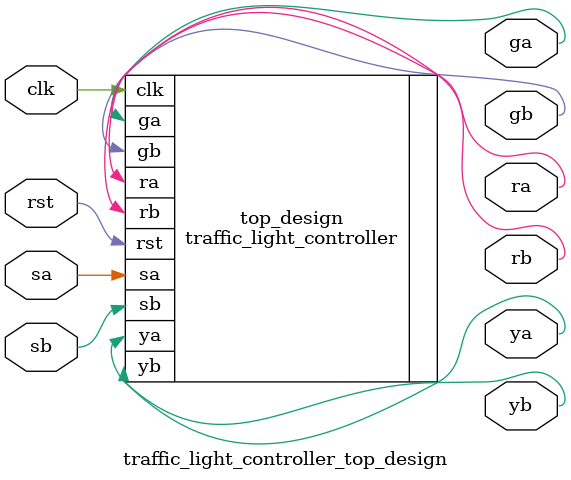
<source format=v>
`timescale 1ns / 1ps


module traffic_light_controller_top_design(
    input clk,rst,sa,sb,
    output  ra,ya,ga,rb,yb,gb
    );
    traffic_light_controller top_design
(.clk(clk),
.rst(rst),
.sa(sa),
.sb(sb),
.ra(ra),
.ya(ya),
.ga(ga),
.rb(rb),
.yb(yb),
.gb(gb)

);
endmodule

</source>
